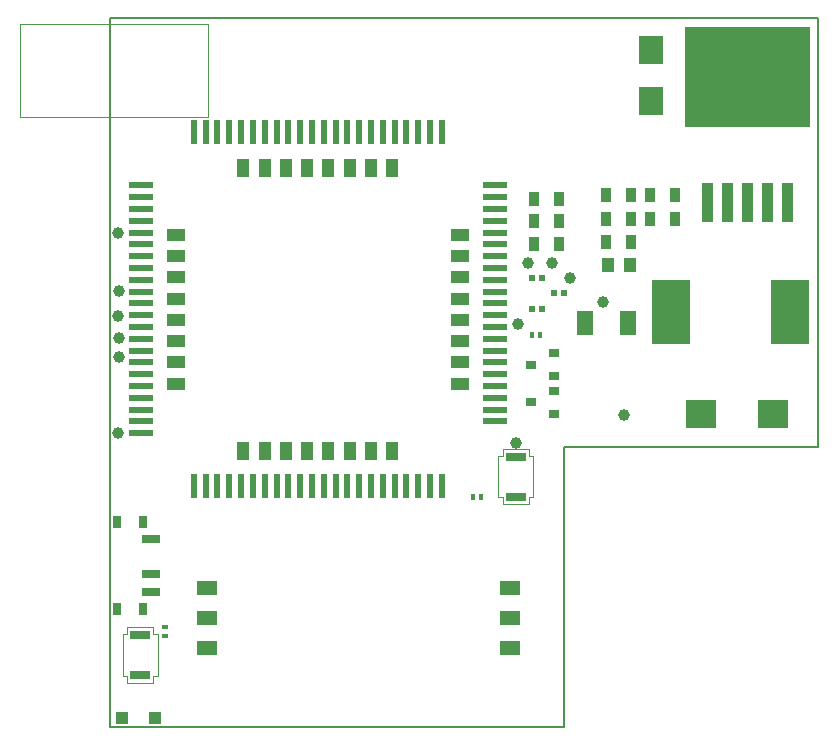
<source format=gtp>
G04*
G04 #@! TF.GenerationSoftware,Altium Limited,Altium Designer,21.2.2 (38)*
G04*
G04 Layer_Color=8421504*
%FSLAX25Y25*%
%MOIN*%
G70*
G04*
G04 #@! TF.SameCoordinates,3B8D8C8F-B8B0-4305-BFF5-38056C6EFB40*
G04*
G04*
G04 #@! TF.FilePolarity,Positive*
G04*
G01*
G75*
%ADD10C,0.00787*%
%ADD23C,0.00197*%
%ADD24R,0.06693X0.05118*%
%ADD25R,0.03150X0.03937*%
%ADD26R,0.05906X0.02756*%
%ADD27R,0.06693X0.03150*%
%ADD28R,0.01575X0.02362*%
%ADD29R,0.02362X0.01575*%
%ADD30R,0.03937X0.03937*%
%ADD31C,0.03937*%
%ADD32R,0.03543X0.04724*%
%ADD33R,0.04134X0.04724*%
%ADD34R,0.02165X0.02362*%
%ADD35R,0.03543X0.03150*%
%ADD36R,0.05512X0.07874*%
%ADD37R,0.12598X0.21260*%
%ADD38R,0.10039X0.09646*%
%ADD39R,0.08465X0.09646*%
%ADD40R,0.07874X0.02362*%
%ADD41R,0.04331X0.06299*%
%ADD42R,0.06299X0.04331*%
%ADD43R,0.02362X0.07874*%
G36*
X233543Y199941D02*
X191811D01*
Y233405D01*
X233543D01*
Y199941D01*
D02*
G37*
G36*
X227835Y168445D02*
X224291D01*
Y181437D01*
X227835D01*
Y168445D01*
D02*
G37*
G36*
X221142D02*
X217598D01*
Y181437D01*
X221142D01*
Y168445D01*
D02*
G37*
G36*
X214449D02*
X210906D01*
Y181437D01*
X214449D01*
Y168445D01*
D02*
G37*
G36*
X207756D02*
X204213D01*
Y181437D01*
X207756D01*
Y168445D01*
D02*
G37*
G36*
X201063D02*
X197520D01*
Y181437D01*
X201063D01*
Y168445D01*
D02*
G37*
D10*
X236221Y190925D02*
Y236221D01*
X0D02*
X236221D01*
Y158150D02*
Y190925D01*
X151358Y20D02*
Y93189D01*
X44587Y20D02*
X151358D01*
Y93189D02*
X236221D01*
X0Y0D02*
X44488D01*
X0Y181791D02*
X0Y0D01*
X236221Y93189D02*
Y158150D01*
X0Y181791D02*
Y236221D01*
D23*
X14626Y17165D02*
X16201D01*
Y30945D01*
X14626D02*
X16201D01*
X4390D02*
X5965D01*
X4390Y17165D02*
Y30945D01*
Y17165D02*
X5965D01*
Y14803D02*
Y17165D01*
Y14803D02*
X14626D01*
Y17165D01*
Y30945D02*
Y33307D01*
X5965D02*
X14626D01*
X5965Y30945D02*
Y33307D01*
X129469Y90374D02*
X131043D01*
X129469Y76595D02*
Y90374D01*
Y76595D02*
X131043D01*
X139705D02*
X141279D01*
Y90374D01*
X139705D02*
X141279D01*
X139705D02*
Y92736D01*
X131043D02*
X139705D01*
X131043Y90374D02*
Y92736D01*
Y74232D02*
Y76595D01*
Y74232D02*
X139705D01*
Y76595D01*
X-29756Y203508D02*
X32764D01*
X-29756D02*
Y234453D01*
X32764D01*
Y203508D02*
Y234453D01*
D24*
X32370Y26181D02*
D03*
Y36181D02*
D03*
Y46181D02*
D03*
X133555Y26181D02*
D03*
Y36181D02*
D03*
Y46181D02*
D03*
D25*
X11150Y39508D02*
D03*
X2488Y68248D02*
D03*
X11150D02*
D03*
X2488Y39508D02*
D03*
D26*
X13709Y62736D02*
D03*
Y50925D02*
D03*
Y45020D02*
D03*
D27*
X10295Y17362D02*
D03*
Y30748D02*
D03*
X135374Y90177D02*
D03*
Y76791D02*
D03*
D28*
X140650Y130787D02*
D03*
X143405D02*
D03*
X121181Y76575D02*
D03*
X123937D02*
D03*
D29*
X18445Y30472D02*
D03*
Y33228D02*
D03*
D30*
X4287Y2902D02*
D03*
X15311D02*
D03*
D31*
X2913Y164803D02*
D03*
X147559Y154764D02*
D03*
X139488Y154803D02*
D03*
X153524Y149705D02*
D03*
X136161Y134272D02*
D03*
X135374Y94784D02*
D03*
X164389Y141791D02*
D03*
X171437Y103898D02*
D03*
X3071Y145197D02*
D03*
X2776Y137165D02*
D03*
X3248Y129626D02*
D03*
X2736Y97894D02*
D03*
X3130Y123248D02*
D03*
D32*
X180138Y177323D02*
D03*
X188406D02*
D03*
X180217Y169370D02*
D03*
X188484D02*
D03*
X165571Y169311D02*
D03*
X173839D02*
D03*
X173819Y161673D02*
D03*
X165551D02*
D03*
X149705Y176122D02*
D03*
X141437D02*
D03*
X141476Y168583D02*
D03*
X149744D02*
D03*
X141398Y161043D02*
D03*
X149665D02*
D03*
X173760Y177342D02*
D03*
X165492D02*
D03*
D33*
X166024Y154075D02*
D03*
X173504D02*
D03*
D34*
X144153Y149724D02*
D03*
X140807D02*
D03*
X151476Y144587D02*
D03*
X148130D02*
D03*
X144134Y139409D02*
D03*
X140787D02*
D03*
D35*
X148248Y117067D02*
D03*
Y124547D02*
D03*
X140374Y120807D02*
D03*
Y108209D02*
D03*
X148248Y111949D02*
D03*
Y104469D02*
D03*
D36*
X158563Y134784D02*
D03*
X172736D02*
D03*
D37*
X187165Y138504D02*
D03*
X226929D02*
D03*
D38*
X197283Y104232D02*
D03*
X221102D02*
D03*
D39*
X180591Y225689D02*
D03*
Y208760D02*
D03*
D40*
X128484Y145158D02*
D03*
Y149094D02*
D03*
X10374Y180591D02*
D03*
Y176654D02*
D03*
Y172717D02*
D03*
Y168780D02*
D03*
Y164842D02*
D03*
X128484Y101850D02*
D03*
X128484Y105787D02*
D03*
Y109724D02*
D03*
Y113661D02*
D03*
Y117598D02*
D03*
Y121535D02*
D03*
Y125472D02*
D03*
Y129409D02*
D03*
Y133346D02*
D03*
Y137284D02*
D03*
Y141220D02*
D03*
Y153032D02*
D03*
Y156968D02*
D03*
Y160906D02*
D03*
Y164842D02*
D03*
X128484Y168780D02*
D03*
X128484Y172717D02*
D03*
Y176654D02*
D03*
Y180591D02*
D03*
X10374Y160906D02*
D03*
Y156968D02*
D03*
Y153032D02*
D03*
Y149094D02*
D03*
Y145158D02*
D03*
Y141220D02*
D03*
Y137284D02*
D03*
Y133346D02*
D03*
Y129409D02*
D03*
Y125472D02*
D03*
Y121535D02*
D03*
Y117598D02*
D03*
Y113661D02*
D03*
Y109724D02*
D03*
Y105787D02*
D03*
Y101850D02*
D03*
Y97913D02*
D03*
D41*
X94232Y92008D02*
D03*
X87146Y92008D02*
D03*
X80059D02*
D03*
X72973D02*
D03*
X65886Y92008D02*
D03*
X58799D02*
D03*
X51713D02*
D03*
X44626Y186496D02*
D03*
X51713D02*
D03*
X58799D02*
D03*
X65886D02*
D03*
X72972D02*
D03*
X80059D02*
D03*
X87146D02*
D03*
X44626Y92008D02*
D03*
X94232Y186496D02*
D03*
D42*
X22185Y114449D02*
D03*
Y121535D02*
D03*
Y128622D02*
D03*
Y135709D02*
D03*
X22185Y142795D02*
D03*
Y149882D02*
D03*
X22185Y156968D02*
D03*
Y164055D02*
D03*
X116673Y121535D02*
D03*
Y128622D02*
D03*
Y135709D02*
D03*
Y142795D02*
D03*
Y149882D02*
D03*
Y156968D02*
D03*
Y164055D02*
D03*
Y114449D02*
D03*
D43*
X110768Y198307D02*
D03*
X106831D02*
D03*
X102894D02*
D03*
X98957D02*
D03*
X95020D02*
D03*
X91083D02*
D03*
X87146D02*
D03*
X83209D02*
D03*
X79272D02*
D03*
X75335D02*
D03*
X71398D02*
D03*
X67461D02*
D03*
X63524D02*
D03*
X59587D02*
D03*
X55650D02*
D03*
X51713D02*
D03*
X47776D02*
D03*
X43839D02*
D03*
X39902Y198307D02*
D03*
X35965Y198307D02*
D03*
X32028D02*
D03*
X28091D02*
D03*
X55650Y80197D02*
D03*
X59587D02*
D03*
X63524D02*
D03*
X67461D02*
D03*
X71398D02*
D03*
X75335D02*
D03*
X79272D02*
D03*
X83209D02*
D03*
X87146D02*
D03*
X91083D02*
D03*
X95020D02*
D03*
X98957D02*
D03*
X102894D02*
D03*
X106831D02*
D03*
X110768D02*
D03*
X28091D02*
D03*
X32028D02*
D03*
X35965D02*
D03*
X39902D02*
D03*
X43839D02*
D03*
X47776D02*
D03*
X51713D02*
D03*
M02*

</source>
